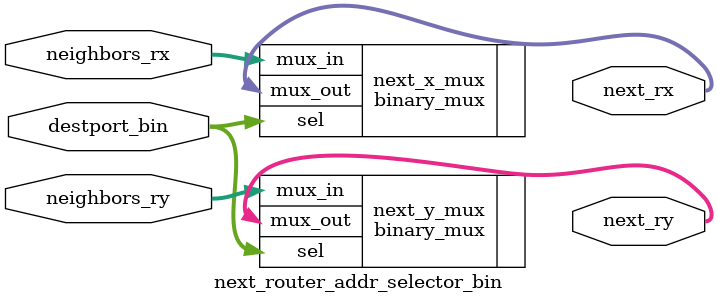
<source format=v>
`include "pronoc_def.v"
/**********************************************************************
**    File:  routing.v
**
**    Copyright (C) 2014-2017  Alireza Monemi
**
**    This file is part of ProNoC
**
**    ProNoC ( stands for Prototype Network-on-chip)  is free software:
**    you can redistribute it and/or modify it under the terms of the GNU
**    Lesser General Public License as published by the Free Software Foundation,
**    either version 2 of the License, or (at your option) any later version.
**
**     ProNoC is distributed in the hope that it will be useful, but WITHOUT
**     ANY WARRANTY; without even the implied warranty of MERCHANTABILITY
**     or FITNESS FOR A PARTICULAR PURPOSE.  See the GNU Lesser General
**     Public License for more details.
**
**     You should have received a copy of the GNU Lesser General Public
**     License along with ProNoC. If not, see <http:**www.gnu.org/licenses/>.
**
**
**    Description:
**    look-ahead and conventional routing algorithms for Mesh and Torus NoC
**    
**
**************************************************************/


module conventional_routing #(
    parameter NOC_ID            = 0,
    parameter TOPOLOGY          = "MESH",
    parameter ROUTE_NAME        = "XY",
    parameter ROUTE_TYPE        = "DETERMINISTIC",
    parameter T1                = 4,
    parameter T2                = 4,
    parameter T3                = 4,
    parameter RAw               = 3,
    parameter EAw               = 3,
    parameter DAw               = EAw,
    parameter DSTPw             = 4,
    parameter LOCATED_IN_NI     = 1 // only needed for mesh and odd-even routing
)(
    reset,
    clk,
    current_r_addr,
    src_e_addr,
    dest_e_addr,
    destport
);

    function integer log2;
    input integer number; begin
        log2=(number <=1) ? 1: 0;
        while(2**log2<number) begin
            log2=log2+1;
        end
    end
    endfunction // log2
    
    input  reset,clk;
    input   [RAw-1   :0] current_r_addr;
    input   [EAw-1   :0] src_e_addr;
    input   [DAw-1   :0] dest_e_addr;
    output  [DSTPw-1 :0] destport;
    
    generate
    /* verilator lint_off WIDTH */
    if(TOPOLOGY == "MESH" || TOPOLOGY == "FMESH" || TOPOLOGY == "TORUS"  || TOPOLOGY ==  "RING" || TOPOLOGY ==  "LINE") begin :mesh_torus
    /* verilator lint_on WIDTH */    
        localparam
            NX = T1,
            NY = T2,
            RXw = log2(NX),
            RYw = (TOPOLOGY=="RING" || TOPOLOGY == "LINE") ? 1 :log2(NY),
            EXw = RXw,
            EYw = (TOPOLOGY=="RING" || TOPOLOGY == "LINE") ? 1 : RYw;
        wire   [RXw-1   :   0]  current_rx;
        wire   [RYw-1   :   0]  current_ry;
        wire   [EXw-1   :   0]  dest_ex;
        wire   [EYw-1   :   0]  dest_ey;
        
        mesh_tori_router_addr_decode #(
            .TOPOLOGY(TOPOLOGY),
            .T1(T1),
            .T2(T2),
            .T3(T3),
            .RAw(RAw)
        )  router_addr_decode  (
                .r_addr(current_r_addr),
                .rx(current_rx),
                .ry(current_ry),
                .valid( )
        );
        /* verilator lint_off WIDTH */
        if(TOPOLOGY == "FMESH") begin :fmesh
        /* verilator lint_on WIDTH */
            fmesh_endp_addr_decode #(
                    .T1(T1),
                    .T2(T2),
                    .T3(T3),
                    .EAw(EAw)
            ) end_addr_decode (
                    .e_addr(dest_e_addr),
                    .ex(dest_ex),
                    .ey(dest_ey),
                    .ep( ),
                    .valid()
            );
        end else begin : mesh
            mesh_tori_endp_addr_decode #(
                .TOPOLOGY(TOPOLOGY),
                .T1(T1),
                .T2(T2),
                .T3(T3),
                .EAw(EAw)
            ) end_addr_decode  (
                .e_addr(dest_e_addr),
                .ex(dest_ex),
                .ey(dest_ey),
                .el( ),
                .valid()
            );
        end//mesh
        mesh_torus_conventional_routing #(
            .TOPOLOGY(TOPOLOGY),
            .ROUTE_NAME(ROUTE_NAME),
            .ROUTE_TYPE(ROUTE_TYPE),
            .NX(T1),
            .NY(T2),
            .LOCATED_IN_NI(LOCATED_IN_NI)
        ) the_conventional_routing  (
            .current_x(current_rx),
            .current_y(current_ry),
            .dest_x(dest_ex),
            .dest_y(dest_ey),
            .destport(destport)
        );
    /* verilator lint_off WIDTH */
    end else if(TOPOLOGY == "FATTREE" || TOPOLOGY == "TREE" ) begin :tree_based
    /* verilator lint_on WIDTH */
        localparam
            K=T1,
            L=T2,
            Kw = log2(K),
            LKw= L*Kw,
            Lw = log2(L);
        wire [LKw-1 :0]    current_rx;
        wire [Lw-1  :0]    current_rl;
        
        fattree_router_addr_decode #(
            .K(T1),
            .L(T2)
        )
        router_addr_decode
        (
            .r_addr(current_r_addr),
            .rx(current_rx),
            .rl(current_rl)
        );
        
        /* verilator lint_off WIDTH */
        if(TOPOLOGY == "FATTREE" )begin : fattree
        /* verilator lint_on WIDTH */
            fattree_conventional_routing #(
                .ROUTE_NAME(ROUTE_NAME),
                .K(T1),
                .L(T2)
            ) the_conventional_routing (
                .reset(reset),
                .clk(clk),
                .current_addr_encoded(current_rx),
                .current_level(current_rl),
                .dest_addr_encoded(dest_e_addr),
                .destport_encoded(destport)
            );
        /* verilator lint_off WIDTH */
        end else  if(TOPOLOGY == "TREE" )begin : tree
        /* verilator lint_on WIDTH */
            tree_conventional_routing #(
                .ROUTE_NAME(ROUTE_NAME),
                .K(T1),
                .L(T2)
            ) the_conventional_routing (
                .current_addr_encoded(current_rx),
                .current_level(current_rl),
                .dest_addr_encoded(dest_e_addr),
                .destport_encoded(destport)
            );
        end // tree
    /* verilator lint_off WIDTH */
    end else if (TOPOLOGY == "STAR") begin : star
    /* verilator lint_on WIDTH */
        star_conventional_routing #(
            .NE(T1)
        ) the_conventional_routing  (
            .dest_e_addr(dest_e_addr),
            .destport(destport)
        );
    end else begin :custom
        custom_ni_routing  #(
            .TOPOLOGY(TOPOLOGY),
            .ROUTE_NAME(ROUTE_NAME),
            .ROUTE_TYPE(ROUTE_TYPE),
            .RAw(RAw),
            .EAw(EAw),
            .DSTPw(DSTPw)
        ) the_conventional_routing (
            .dest_e_addr(dest_e_addr),
            .src_e_addr(src_e_addr),
            .destport(destport)
        );
    end //custom
    endgenerate
endmodule


/************************************
*     look_ahead_routing
*************************************/
module look_ahead_routing #(
    parameter NOC_ID=0,
    parameter P = 5,
    parameter T1= 8,
    parameter T2= 8,
    parameter T3= 8,
    parameter T4= 8,
    parameter RAw = 3,
    parameter EAw = 3,
    parameter DAw = 3,
    parameter DSTPw=P-1,
    parameter SW_LOC    =0,
    parameter TOPOLOGY  ="MESH",//"MESH","TORUS"
    parameter ROUTE_NAME="XY",//
    parameter ROUTE_TYPE="DETERMINISTIC"// "DETERMINISTIC", "FULL_ADAPTIVE", "PAR_ADAPTIVE"
)(
    current_r_addr,  //current router  address
    neighbors_r_addr,
    dest_e_addr,  // destination endpoint address
    src_e_addr, //   source endpoint address. Only needed for custom topology
    destport_encoded,   // current router destination port number
    lkdestport_encoded, // look ahead destination port number
    reset,
    clk
);

    function integer log2;
    input integer number; begin
        log2=(number <=1) ? 1: 0;
        while(2**log2<number) begin
            log2=log2+1;
        end
    end
    endfunction // log2
    
    localparam
        PRAw= P * RAw;
    localparam
        //K= T1,
        //L=T2,
        Kw = log2(T1),
        Lw = log2(T2),
        LKw= T2 * Kw,
        PLw = P * Lw,
        PLKw = P * LKw;
    input   [PRAw-1:  0]  neighbors_r_addr;
    input   [RAw-1   :   0]  current_r_addr;
    input   [DAw-1   :   0]  dest_e_addr;
    input   [EAw-1   :   0]  src_e_addr;
    input   [DSTPw-1  :   0]  destport_encoded;
    output  [DSTPw-1  :   0]  lkdestport_encoded;
    input                   reset,clk;
    
    genvar i;
    generate
    /* verilator lint_off WIDTH */
    if(TOPOLOGY == "MESH" || TOPOLOGY == "FMESH" || TOPOLOGY == "TORUS"  || TOPOLOGY ==  "RING" || TOPOLOGY ==  "LINE")begin :mesh_torus
    /* verilator lint_on WIDTH */
        localparam
            NX = T1,
            NY = T2,
            RXw = log2(NX),
            RYw = (TOPOLOGY=="RING" || TOPOLOGY == "LINE")? 1 : log2(NY),
            EXw = RXw,
            EYw = RYw;
        wire   [RXw-1   :   0]  current_rx;
        wire   [RYw-1   :   0]  current_ry;
        wire   [EXw-1   :   0]  dest_ex;
        wire   [EYw-1   :   0]  dest_ey;
        localparam SL_SW_LOC = ( SW_LOC > P-T3) ? 0 : SW_LOC; //single_local
        mesh_tori_router_addr_decode #(
            .TOPOLOGY(TOPOLOGY),
            .T1(T1),
            .T2(T2),
            .T3(T3),
            .RAw(RAw)
        ) router_addr_decode (
            .r_addr(current_r_addr),
            .rx(current_rx),
            .ry(current_ry),
            .valid( )
        );
         /* verilator lint_off WIDTH */
        if(TOPOLOGY == "FMESH") begin :fmesh
         /* verilator lint_on WIDTH */
            fmesh_endp_addr_decode #(
                .T1(T1),
                .T2(T2),
                .T3(T3),
                .EAw(EAw)
            ) end_addr_decode  (
                .e_addr(dest_e_addr),
                .ex(dest_ex),
                .ey(dest_ey),
                .ep( ),
                .valid()
            );
        end else begin :mesh
            mesh_tori_endp_addr_decode #(
                .TOPOLOGY(TOPOLOGY),
                .T1(T1),
                .T2(T2),
                .T3(T3),
                .EAw(EAw)
            ) end_addr_decode (
                .e_addr(dest_e_addr),
                .ex(dest_ex),
                .ey(dest_ey),
                .el( ),
                .valid()
            );
        end
        mesh_torus_look_ahead_routing #(
            .NX(T1),
            .NY(T2),
            .SW_LOC(SL_SW_LOC),
            .TOPOLOGY(TOPOLOGY),
            .ROUTE_NAME(ROUTE_NAME),
            .ROUTE_TYPE(ROUTE_TYPE)
        ) look_ahead_route  (
            .current_x(current_rx),
            .current_y(current_ry),
            .dest_x(dest_ex),
            .dest_y(dest_ey),
            .destport_encoded(destport_encoded),
            .lkdestport_encoded(lkdestport_encoded),
            .reset(reset),
            .clk(clk)
        );
    /* verilator lint_off WIDTH */
    end else if (TOPOLOGY == "FATTREE") begin: fat
    /* verilator lint_on WIDTH */
        wire  [PLKw-1 : 0]  neighbors_rx;
        wire  [PLw-1 : 0]  neighbors_ry;
        for (i=0; i<P; i=i+1) begin : port
            assign neighbors_rx[(i+1)*LKw-1: i*LKw] = neighbors_r_addr[(i*RAw)+LKw-1 : i*RAw];
            assign neighbors_ry[(i+1)*Lw-1 : i*Lw]  = neighbors_r_addr[(i+1)*RAw-1: (i*RAw)+LKw];
        end//port
        fattree_look_ahead_routing #(
            .ROUTE_NAME(ROUTE_NAME),
            .P(P),
            .K(T1),
            .L(T2)            
        ) look_ahead_route (
            .destport_encoded(destport_encoded),
            .dest_addr_encoded(dest_e_addr),
            .neighbors_rx(neighbors_rx),
            .neighbors_ry(neighbors_ry),
            .lkdestport_encoded(lkdestport_encoded),
            .reset(reset),
            .clk(clk)
        );
    /* verilator lint_off WIDTH */
    end else if (TOPOLOGY == "TREE") begin: tree
    /* verilator lint_on WIDTH */
        wire  [PLKw-1 : 0]  neighbors_rx_tree;
        wire  [PLw-1 : 0]  neighbors_ry_tree;
        for (i=0; i<P; i=i+1) begin : port
            assign neighbors_rx_tree[(i+1)*LKw-1: i*LKw] = neighbors_r_addr[(i*RAw)+LKw-1 : i*RAw];
            assign neighbors_ry_tree[(i+1)*Lw-1 : i*Lw]  = neighbors_r_addr[(i+1)*RAw-1: (i*RAw)+LKw];
        end//port
        tree_look_ahead_routing #(
            .ROUTE_NAME(ROUTE_NAME),
            .P(P),
            .L(T2),
            .K(T1)
        )  look_ahead_routing (
            .destport_encoded(destport_encoded),
            .dest_addr_encoded(dest_e_addr),
            .neighbors_rx(neighbors_rx_tree),
            .neighbors_ry(neighbors_ry_tree),
            .lkdestport_encoded(lkdestport_encoded),
            .reset(reset),
            .clk(clk)
        );
    /* verilator lint_off WIDTH */
    end else if (TOPOLOGY == "STAR") begin : star
    /* verilator lint_on WIDTH */
        //look-ahead routing is not needed in star topology as there is only one router
        assign  lkdestport_encoded={DSTPw{1'b0}};
    end else begin : custom
        custom_lkh_routing  #(
            .TOPOLOGY(TOPOLOGY),
            .ROUTE_NAME(ROUTE_NAME),
            .ROUTE_TYPE(ROUTE_TYPE),
            .RAw(RAw),
            .EAw(EAw),
            .DSTPw(DSTPw)
        )  look_ahead_routing  (
            .current_r_addr(current_r_addr),
            .dest_e_addr(dest_e_addr),
            .src_e_addr(src_e_addr),
            .destport(lkdestport_encoded),
            .reset(reset),
            .clk(clk)
        );
    end
    endgenerate
endmodule

/********************************************************
*               next_router_addr_selector
* Determine the next router address based on the packet destination port
********************************************************/
module next_router_addr_selector_onehot #(
    parameter P = 5,
    parameter RXw = 3,  // The router's x dimension adress width in bits
    parameter RYw = 3  // The router's y dimension adress width in bits
)(
    destport_onehot,
    neighbors_rx,
    neighbors_ry,
    next_rx,
    next_ry
);
    
    localparam
        PRXw = P * RXw,
        PRYw = P * RYw;
    
    input [P-1   :  0]  destport_onehot;
    input [PRXw-1:  0]  neighbors_rx;
    input [PRYw-1:  0]  neighbors_ry;
    output[RXw-1  :    0]  next_rx;
    output[RYw-1  :    0]  next_ry;
    
    onehot_mux_1D #(
        .W(RXw),
        .N(P)
    )  next_x_mux (
        .in(neighbors_rx),
        .out(next_rx),
        .sel(destport_onehot)
    );
    
    onehot_mux_1D #(
        .W(RYw),
        .N(P)
    ) next_y_mux (
        .in(neighbors_ry),
        .out(next_ry),
        .sel(destport_onehot)
    );
endmodule


module next_router_addr_selector_bin #(
    parameter P = 5,
    parameter RXw = 3,  // The router's x dimension adress width in bits
    parameter RYw = 3  // The router's y dimension adress width in bits
) (
    destport_bin,
    neighbors_rx,
    neighbors_ry,
    next_rx,
    next_ry
);

    function integer log2;
    input integer number; begin
        log2=(number <=1) ? 1: 0;
        while(2**log2<number) begin
            log2=log2+1;
        end
    end
    endfunction // log2
    
    localparam
        Pw = log2(P),
        PRXw = P * RXw,
        PRYw = P * RYw;
    
    input [Pw-1   :  0]  destport_bin;
    input [PRXw-1:  0]  neighbors_rx;
    input [PRYw-1:  0]  neighbors_ry;
    output[RXw-1  :    0]  next_rx;
    output[RYw-1  :    0]  next_ry;
    
    binary_mux #(
        .IN_WIDTH(PRXw),
        .OUT_WIDTH(RXw)
    )next_x_mux (
        .mux_in(neighbors_rx),
        .mux_out(next_rx),
        .sel(destport_bin)
    );
    
    binary_mux  #(
        .IN_WIDTH(PRYw),
        .OUT_WIDTH(RYw)
    ) next_y_mux(
        .mux_in(neighbors_ry),
        .mux_out(next_ry),
        .sel(destport_bin)
    );
endmodule

</source>
